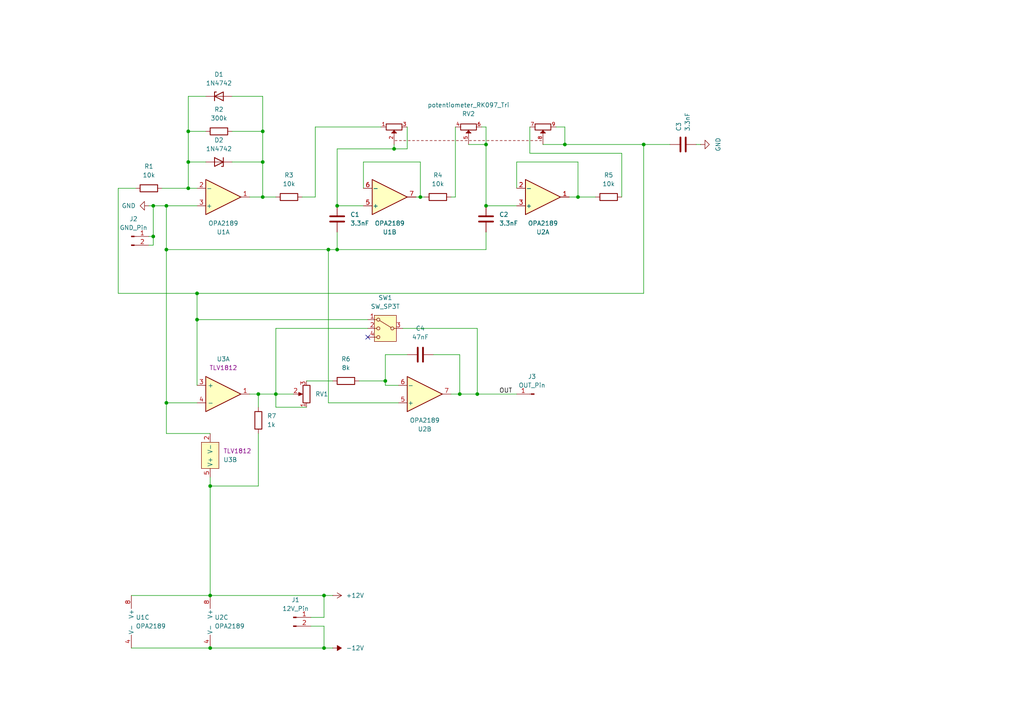
<source format=kicad_sch>
(kicad_sch (version 20241004) (generator "eeschema") (generator_version "8.99")
  (paper "A4")
  (title_block (title "Project nadeshiko: novice attempt at signal generator") (date "2024-11-16") (rev "2c") (comment 3 "RV1, RV2 == 10k"))
  (lib_symbols
    (symbol "Amplifier_Operational:OPA2196xD" (pin_names (offset 0.127))
      (property "Reference" "U" (at 2.54 6.35 0))
      (property "Value" "OPA2196xD" (at 2.54 3.81 0))
      (symbol "OPA2196xD_1_1"
        (polyline (pts (xy 5.08 0) (xy -5.08 5.08) (xy -5.08 -5.08) (xy 5.08 0)) (stroke (width 0.254)) (fill (type background)))
        (pin input line (at -7.62 2.54 0) (length 2.54) (name "+") (number "3"))
        (pin input line (at -7.62 -2.54 0) (length 2.54) (name "-") (number "2"))
        (pin output line (at 7.62 0 180) (length 2.54) (name "~") (number "1"))
      )
      (symbol "OPA2196xD_2_1"
        (polyline (pts (xy 5.08 0) (xy -5.08 5.08) (xy -5.08 -5.08) (xy 5.08 0)) (stroke (width 0.254)) (fill (type background)))
        (pin input line (at -7.62 2.54 0) (length 2.54) (name "+") (number "5"))
        (pin input line (at -7.62 -2.54 0) (length 2.54) (name "-") (number "6"))
        (pin output line (at 7.62 0 180) (length 2.54) (name "~") (number "7"))
      )
      (symbol "OPA2196xD_3_1"
        (pin power_in line (at 0 7.62 270) (length 3.81) (name "V+") (number "8"))
        (pin power_in line (at 0 -7.62 90) (length 3.81) (name "V-") (number "4"))
      )
    )
    (symbol "Connector:Conn_01x01_Pin" (pin_names (offset 1.016) (hide yes))
      (property "Reference" "J" (at 0 2.54 0))
      (property "Value" "Conn_01x01_Pin" (at 0 -2.54 0))
      (symbol "Conn_01x01_Pin_1_1"
        (rectangle (start 0.8636 0.127) (end 0 -0.127) (stroke (width 0.1524)) (fill (type outline)))
        (polyline (pts (xy 1.27 0) (xy 0.8636 0)) (stroke (width 0.1524)))
        (pin passive line (at 5.08 0 180) (length 3.81) (name "Pin_1") (number "1"))
      )
    )
    (symbol "Connector:Conn_01x02_Pin" (pin_names (offset 1.016) (hide yes))
      (property "Reference" "J" (at 0 2.54 0))
      (property "Value" "Conn_01x02_Pin" (at 0 -5.08 0))
      (symbol "Conn_01x02_Pin_1_1"
        (rectangle (start 0.8636 0.127) (end 0 -0.127) (stroke (width 0.1524)) (fill (type outline)))
        (rectangle (start 0.8636 -2.413) (end 0 -2.667) (stroke (width 0.1524)) (fill (type outline)))
        (polyline (pts (xy 1.27 0) (xy 0.8636 0)) (stroke (width 0.1524)))
        (polyline (pts (xy 1.27 -2.54) (xy 0.8636 -2.54)) (stroke (width 0.1524)))
        (pin passive line (at 5.08 0 180) (length 3.81) (name "Pin_1") (number "1"))
        (pin passive line (at 5.08 -2.54 180) (length 3.81) (name "Pin_2") (number "2"))
      )
    )
    (symbol "Device:C" (pin_numbers (hide yes)) (pin_names (offset 0.254))
      (property "Reference" "C" (at 0.635 2.54 0))
      (property "Value" "C" (at 0.635 -2.54 0))
      (symbol "C_0_1"
        (polyline (pts (xy -2.032 0.762) (xy 2.032 0.762)) (stroke (width 0.508)))
        (polyline (pts (xy -2.032 -0.762) (xy 2.032 -0.762)) (stroke (width 0.508)))
      )
      (symbol "C_1_1"
        (pin passive line (at 0 3.81 270) (length 2.794) (name "~") (number "1"))
        (pin passive line (at 0 -3.81 90) (length 2.794) (name "~") (number "2"))
      )
    )
    (symbol "Device:R" (pin_numbers (hide yes)) (pin_names (offset 0))
      (property "Reference" "R" (at 2.032 0 90))
      (property "Value" "R" (at 0 0 90))
      (symbol "R_0_1"
        (rectangle (start -1.016 -2.54) (end 1.016 2.54) (stroke (width 0.254)))
      )
      (symbol "R_1_1"
        (pin passive line (at 0 3.81 270) (length 1.27) (name "~") (number "1"))
        (pin passive line (at 0 -3.81 90) (length 1.27) (name "~") (number "2"))
      )
    )
    (symbol "Device:R_Potentiometer" (pin_names (offset 1.016) (hide yes))
      (property "Reference" "RV" (at -4.445 0 90))
      (property "Value" "R_Potentiometer" (at -2.54 0 90))
      (symbol "R_Potentiometer_0_1"
        (rectangle (start 1.016 2.54) (end -1.016 -2.54) (stroke (width 0.254)))
        (polyline (pts (xy 1.143 0) (xy 2.286 0.508) (xy 2.286 -0.508) (xy 1.143 0)) (fill (type outline)))
        (polyline (pts (xy 2.54 0) (xy 1.524 0)))
      )
      (symbol "R_Potentiometer_1_1"
        (pin passive line (at 0 3.81 270) (length 1.27) (name "1") (number "1"))
        (pin passive line (at 0 -3.81 90) (length 1.27) (name "3") (number "3"))
        (pin passive line (at 3.81 0 180) (length 1.27) (name "2") (number "2"))
      )
    )
    (symbol "Diode:1N47xxA" (pin_numbers (hide yes)) (pin_names (hide yes))
      (property "Reference" "D" (at 0 2.54 0))
      (property "Value" "1N47xxA" (at 0 -2.54 0))
      (symbol "1N47xxA_0_1"
        (polyline (pts (xy -1.27 -1.27) (xy -1.27 1.27) (xy -0.762 1.27)) (stroke (width 0.254)))
        (polyline (pts (xy 1.27 0) (xy -1.27 0)))
        (polyline (pts (xy 1.27 -1.27) (xy 1.27 1.27) (xy -1.27 0) (xy 1.27 -1.27)) (stroke (width 0.254)))
      )
      (symbol "1N47xxA_1_1"
        (pin passive line (at -3.81 0 0) (length 2.54) (name "K") (number "1"))
        (pin passive line (at 3.81 0 180) (length 2.54) (name "A") (number "2"))
      )
    )
    (symbol "PCM_4ms_IC:TLV171"
      (property "Reference" "U" (at 0 6.35 0))
      (property "Display" "TLV17x" (at 5.08 3.81 0))
      (symbol "TLV171_1_1"
        (polyline (pts (xy -5.08 5.08) (xy -5.08 -5.08) (xy 5.08 0) (xy -5.08 5.08)) (stroke (width 0.254)) (fill (type background)))
        (pin input line (at -7.62 2.54 0) (length 2.54) (name "+") (number "3"))
        (pin input line (at -7.62 -2.54 0) (length 2.54) (name "-") (number "4"))
        (pin output line (at 7.62 0 180) (length 2.54) (name "~") (number "1"))
      )
      (symbol "TLV171_2_1"
        (rectangle (start -5.08 3.81) (end 0 -3.81) (fill (type background)))
        (pin power_in line (at -2.54 6.35 270) (length 2.54) (name "V+") (number "5"))
        (pin power_in line (at -2.54 -6.35 90) (length 2.54) (name "V-") (number "2"))
      )
    )
    (symbol "PCM_SL_Devices:potentiometer_RK097_Tri"
      (property "Reference" "RV" (at 11.684 16.002 0))
      (property "Value" "potentiometer_RK097_Tri" (at 10.922 13.208 0))
      (symbol "potentiometer_RK097_Tri_0_1"
        (polyline (pts (xy -10.16 1.016) (xy -9.398 1.778) (xy -10.922 1.778) (xy -10.16 1.016) (xy -10.16 0.762)) (fill (type outline)))
        (polyline (pts (xy -9.906 3.937) (xy -9.271 3.937)))
        (polyline (pts (xy -8.636 3.937) (xy -8.001 3.937)))
        (rectangle (start -7.874 -0.889) (end -12.446 0.889) (stroke (width 0.24)))
        (polyline (pts (xy -7.366 3.937) (xy -6.731 3.937)))
        (polyline (pts (xy -6.096 3.937) (xy -5.461 3.937)))
        (polyline (pts (xy -4.826 3.937) (xy -4.191 3.937)))
        (polyline (pts (xy -3.556 3.937) (xy -2.921 3.937)))
        (polyline (pts (xy -2.286 3.937) (xy -1.651 3.937)))
        (polyline (pts (xy -1.016 3.937) (xy -0.381 3.937)))
        (polyline (pts (xy 0.254 3.937) (xy 0.889 3.937)))
        (polyline (pts (xy 1.524 3.937) (xy 2.159 3.937)))
        (polyline (pts (xy 2.794 3.937) (xy 3.429 3.937)))
        (polyline (pts (xy 4.064 3.937) (xy 4.699 3.937)))
        (polyline (pts (xy 5.334 3.937) (xy 5.969 3.937)))
        (polyline (pts (xy 6.604 3.937) (xy 7.239 3.937)))
        (polyline (pts (xy 7.874 3.937) (xy 8.509 3.937)))
        (polyline (pts (xy 9.144 3.937) (xy 9.779 3.937)))
        (rectangle (start 9.144 0.889) (end 13.716 -0.889) (stroke (width 0.24)))
        (polyline (pts (xy 10.414 3.937) (xy 11.049 3.937)))
        (polyline (pts (xy 11.43 1.016) (xy 12.192 1.778) (xy 10.668 1.778) (xy 11.43 1.016) (xy 11.43 0.762)) (fill (type outline)))
        (polyline (pts (xy 11.684 3.937) (xy 12.319 3.937)))
        (polyline (pts (xy 12.954 3.937) (xy 13.589 3.937)))
        (polyline (pts (xy 14.224 3.937) (xy 14.859 3.937)))
        (polyline (pts (xy 15.494 3.937) (xy 16.129 3.937)))
        (polyline (pts (xy 16.764 3.937) (xy 17.399 3.937)))
        (polyline (pts (xy 18.034 3.937) (xy 18.669 3.937)))
        (polyline (pts (xy 19.304 3.937) (xy 19.939 3.937)))
        (polyline (pts (xy 20.574 3.937) (xy 21.209 3.937)))
        (polyline (pts (xy 21.844 3.937) (xy 22.479 3.937)))
        (polyline (pts (xy 23.114 3.937) (xy 23.749 3.937)))
        (polyline (pts (xy 24.384 3.937) (xy 25.019 3.937)))
        (polyline (pts (xy 25.654 3.937) (xy 26.289 3.937)))
        (polyline (pts (xy 26.924 3.937) (xy 27.559 3.937)))
        (polyline (pts (xy 28.194 3.937) (xy 28.829 3.937)))
        (polyline (pts (xy 29.464 3.937) (xy 30.099 3.937)))
        (polyline (pts (xy 30.734 3.937) (xy 31.369 3.937)))
        (polyline (pts (xy 32.004 3.937) (xy 32.639 3.937)))
        (polyline (pts (xy 33.02 1.016) (xy 33.782 1.778) (xy 32.258 1.778) (xy 33.02 1.016) (xy 33.02 0.762)) (fill (type outline)))
        (rectangle (start 35.306 -0.889) (end 30.734 0.889) (stroke (width 0.24)))
      )
      (symbol "potentiometer_RK097_Tri_1_1"
        (pin passive line (at -13.97 0 0) (length 1.5) (name "~") (number "1"))
        (pin passive line (at -10.16 5.08 270) (length 4) (name "~") (number "2"))
        (pin passive line (at -6.35 0 180) (length 1.5) (name "~") (number "3"))
        (pin passive line (at 7.62 0 0) (length 1.5) (name "~") (number "4"))
        (pin passive line (at 11.43 5.08 270) (length 4) (name "~") (number "5"))
        (pin passive line (at 15.24 0 180) (length 1.5) (name "~") (number "6"))
        (pin passive line (at 29.21 0 0) (length 1.5) (name "~") (number "7"))
        (pin passive line (at 33.02 5.08 270) (length 4) (name "~") (number "8"))
        (pin passive line (at 36.83 0 180) (length 1.5) (name "~") (number "9"))
      )
    )
    (symbol "Switch:SW_SP3T" (pin_names (offset 0) (hide yes))
      (property "Reference" "SW" (at 0 5.08 0))
      (property "Value" "SW_SP3T" (at 0 -5.08 0))
      (symbol "SW_SP3T_0_1"
        (circle (center -2.032 0) (radius 0.4572))
        (polyline (pts (xy -1.651 0.254) (xy 1.651 2.286)))
        (circle (center 2.032 2.54) (radius 0.4572))
        (circle (center 2.032 0) (radius 0.4572))
        (circle (center 2.032 -2.54) (radius 0.4572))
      )
      (symbol "SW_SP3T_1_1"
        (rectangle (start -3.175 3.81) (end 3.175 -3.81) (fill (type background)))
        (pin passive line (at -5.08 0 0) (length 2.54) (name "3") (number "3"))
        (pin passive line (at 5.08 2.54 180) (length 2.54) (name "1") (number "1"))
        (pin passive line (at 5.08 0 180) (length 2.54) (name "2") (number "2"))
        (pin passive line (at 5.08 -2.54 180) (length 2.54) (name "4") (number "4"))
      )
    )
    (symbol "power:+12V" (power) (pin_numbers (hide yes)) (pin_names (offset 0) (hide yes))
      (property "Value" "+12V" (at 0 3.556 0))
      (symbol "+12V_0_1"
        (polyline (pts (xy -0.762 1.27) (xy 0 2.54)))
        (polyline (pts (xy 0 2.54) (xy 0.762 1.27)))
        (polyline (pts (xy 0 0) (xy 0 2.54)))
      )
      (symbol "+12V_1_1"
        (pin power_in line (at 0 0 90) (length 0) (name "~") (number "1"))
      )
    )
    (symbol "power:-12V" (power) (pin_numbers (hide yes)) (pin_names (offset 0) (hide yes))
      (property "Value" "-12V" (at 0 3.556 0))
      (symbol "-12V_0_0"
        (pin power_in line (at 0 0 90) (length 0) (name "~") (number "1"))
      )
      (symbol "-12V_0_1"
        (polyline (pts (xy 0 0) (xy 0 1.27) (xy 0.762 1.27) (xy 0 2.54) (xy -0.762 1.27) (xy 0 1.27)) (fill (type outline)))
      )
    )
    (symbol "power:GND" (power) (pin_numbers (hide yes)) (pin_names (offset 0) (hide yes))
      (property "Value" "GND" (at 0 -3.81 0))
      (symbol "GND_0_1"
        (polyline (pts (xy 0 0) (xy 0 -1.27) (xy 1.27 -1.27) (xy 0 -2.54) (xy -1.27 -1.27) (xy 0 -1.27)))
      )
      (symbol "GND_1_1"
        (pin power_in line (at 0 0 270) (length 0) (name "~") (number "1"))
      )
    )
  )
  (junction (at 93.98 172.72))
  (junction (at 54.61 38.1))
  (junction (at 111.76 110.49))
  (junction (at 44.45 68.58))
  (junction (at 80.01 114.3))
  (junction (at 114.3 43.18))
  (junction (at 167.64 57.15))
  (junction (at 44.45 59.69))
  (junction (at 76.2 38.1))
  (junction (at 54.61 46.99))
  (junction (at 76.2 57.15))
  (junction (at 74.93 114.3))
  (junction (at 57.15 92.71))
  (junction (at 138.43 114.3))
  (junction (at 93.98 187.96))
  (junction (at 186.69 41.91))
  (junction (at 76.2 46.99))
  (junction (at 48.26 59.69))
  (junction (at 163.83 41.91))
  (junction (at 48.26 116.84))
  (junction (at 97.79 59.69))
  (junction (at 140.97 41.91))
  (junction (at 95.25 72.39))
  (junction (at 57.15 85.09))
  (junction (at 48.26 72.39))
  (junction (at 121.92 57.15))
  (junction (at 54.61 54.61))
  (junction (at 60.96 140.97))
  (junction (at 97.79 72.39))
  (junction (at 60.96 172.72))
  (junction (at 60.96 187.96))
  (junction (at 140.97 59.69))
  (junction (at 133.35 114.3))
  (no_connect (at 106.68 97.79))
  (wire (pts (xy 167.64 46.99) (xy 167.64 57.15)))
  (wire (pts (xy 48.26 59.69) (xy 48.26 72.39)))
  (wire (pts (xy 57.15 92.71) (xy 106.68 92.71)))
  (wire (pts (xy 80.01 118.11) (xy 80.01 114.3)))
  (wire (pts (xy 132.08 36.83) (xy 132.08 57.15)))
  (wire (pts (xy 121.92 57.15) (xy 123.19 57.15)))
  (wire (pts (xy 60.96 187.96) (xy 93.98 187.96)))
  (wire (pts (xy 60.96 125.73) (xy 48.26 125.73)))
  (wire (pts (xy 118.11 36.83) (xy 118.11 43.18)))
  (wire (pts (xy 139.7 36.83) (xy 140.97 36.83)))
  (wire (pts (xy 157.48 41.91) (xy 163.83 41.91)))
  (wire (pts (xy 138.43 114.3) (xy 149.86 114.3)))
  (wire (pts (xy 120.65 57.15) (xy 121.92 57.15)))
  (wire (pts (xy 149.86 54.61) (xy 149.86 46.99)))
  (wire (pts (xy 74.93 114.3) (xy 80.01 114.3)))
  (wire (pts (xy 114.3 43.18) (xy 97.79 43.18)))
  (wire (pts (xy 97.79 67.31) (xy 97.79 72.39)))
  (wire (pts (xy 111.76 110.49) (xy 111.76 111.76)))
  (wire (pts (xy 76.2 38.1) (xy 76.2 46.99)))
  (wire (pts (xy 161.29 36.83) (xy 163.83 36.83)))
  (wire (pts (xy 105.41 54.61) (xy 105.41 46.99)))
  (wire (pts (xy 57.15 85.09) (xy 186.69 85.09)))
  (wire (pts (xy 91.44 57.15) (xy 91.44 36.83)))
  (wire (pts (xy 74.93 140.97) (xy 60.96 140.97)))
  (wire (pts (xy 118.11 43.18) (xy 114.3 43.18)))
  (wire (pts (xy 186.69 41.91) (xy 186.69 85.09)))
  (wire (pts (xy 80.01 95.25) (xy 106.68 95.25)))
  (wire (pts (xy 93.98 181.61) (xy 93.98 187.96)))
  (wire (pts (xy 76.2 27.94) (xy 76.2 38.1)))
  (wire (pts (xy 57.15 116.84) (xy 48.26 116.84)))
  (wire (pts (xy 149.86 46.99) (xy 167.64 46.99)))
  (wire (pts (xy 57.15 85.09) (xy 57.15 92.71)))
  (wire (pts (xy 116.84 95.25) (xy 138.43 95.25)))
  (wire (pts (xy 167.64 57.15) (xy 172.72 57.15)))
  (wire (pts (xy 140.97 59.69) (xy 149.86 59.69)))
  (wire (pts (xy 48.26 72.39) (xy 95.25 72.39)))
  (wire (pts (xy 80.01 114.3) (xy 85.09 114.3)))
  (wire (pts (xy 54.61 27.94) (xy 54.61 38.1)))
  (wire (pts (xy 88.9 118.11) (xy 80.01 118.11)))
  (wire (pts (xy 95.25 116.84) (xy 115.57 116.84)))
  (wire (pts (xy 48.26 72.39) (xy 48.26 116.84)))
  (wire (pts (xy 76.2 57.15) (xy 80.01 57.15)))
  (wire (pts (xy 44.45 59.69) (xy 48.26 59.69)))
  (wire (pts (xy 76.2 57.15) (xy 72.39 57.15)))
  (wire (pts (xy 153.67 44.45) (xy 153.67 36.83)))
  (wire (pts (xy 38.1 187.96) (xy 60.96 187.96)))
  (wire (pts (xy 163.83 41.91) (xy 186.69 41.91)))
  (wire (pts (xy 54.61 46.99) (xy 59.69 46.99)))
  (wire (pts (xy 186.69 41.91) (xy 194.31 41.91)))
  (wire (pts (xy 43.18 68.58) (xy 44.45 68.58)))
  (wire (pts (xy 118.11 102.87) (xy 111.76 102.87)))
  (wire (pts (xy 60.96 138.43) (xy 60.96 140.97)))
  (wire (pts (xy 167.64 57.15) (xy 165.1 57.15)))
  (wire (pts (xy 93.98 179.07) (xy 93.98 172.72)))
  (wire (pts (xy 130.81 114.3) (xy 133.35 114.3)))
  (wire (pts (xy 121.92 46.99) (xy 121.92 57.15)))
  (wire (pts (xy 54.61 38.1) (xy 54.61 46.99)))
  (wire (pts (xy 34.29 54.61) (xy 39.37 54.61)))
  (wire (pts (xy 111.76 102.87) (xy 111.76 110.49)))
  (wire (pts (xy 38.1 172.72) (xy 60.96 172.72)))
  (wire (pts (xy 59.69 27.94) (xy 54.61 27.94)))
  (wire (pts (xy 87.63 57.15) (xy 91.44 57.15)))
  (wire (pts (xy 60.96 140.97) (xy 60.96 172.72)))
  (wire (pts (xy 135.89 41.91) (xy 140.97 41.91)))
  (wire (pts (xy 95.25 116.84) (xy 95.25 72.39)))
  (wire (pts (xy 133.35 114.3) (xy 133.35 102.87)))
  (wire (pts (xy 138.43 95.25) (xy 138.43 114.3)))
  (wire (pts (xy 44.45 68.58) (xy 44.45 59.69)))
  (wire (pts (xy 130.81 57.15) (xy 132.08 57.15)))
  (wire (pts (xy 88.9 110.49) (xy 96.52 110.49)))
  (wire (pts (xy 93.98 187.96) (xy 96.52 187.96)))
  (wire (pts (xy 44.45 71.12) (xy 44.45 68.58)))
  (wire (pts (xy 97.79 59.69) (xy 105.41 59.69)))
  (wire (pts (xy 48.26 59.69) (xy 57.15 59.69)))
  (wire (pts (xy 34.29 85.09) (xy 34.29 54.61)))
  (wire (pts (xy 111.76 111.76) (xy 115.57 111.76)))
  (wire (pts (xy 80.01 95.25) (xy 80.01 114.3)))
  (wire (pts (xy 57.15 85.09) (xy 34.29 85.09)))
  (wire (pts (xy 74.93 125.73) (xy 74.93 140.97)))
  (wire (pts (xy 72.39 114.3) (xy 74.93 114.3)))
  (wire (pts (xy 90.17 181.61) (xy 93.98 181.61)))
  (wire (pts (xy 140.97 41.91) (xy 140.97 59.69)))
  (wire (pts (xy 105.41 46.99) (xy 121.92 46.99)))
  (wire (pts (xy 54.61 46.99) (xy 54.61 54.61)))
  (wire (pts (xy 43.18 59.69) (xy 44.45 59.69)))
  (wire (pts (xy 76.2 46.99) (xy 76.2 57.15)))
  (wire (pts (xy 93.98 172.72) (xy 96.52 172.72)))
  (wire (pts (xy 67.31 38.1) (xy 76.2 38.1)))
  (wire (pts (xy 67.31 27.94) (xy 76.2 27.94)))
  (wire (pts (xy 140.97 36.83) (xy 140.97 41.91)))
  (wire (pts (xy 140.97 67.31) (xy 140.97 72.39)))
  (wire (pts (xy 59.69 38.1) (xy 54.61 38.1)))
  (wire (pts (xy 97.79 72.39) (xy 140.97 72.39)))
  (wire (pts (xy 74.93 114.3) (xy 74.93 118.11)))
  (wire (pts (xy 114.3 41.91) (xy 114.3 43.18)))
  (wire (pts (xy 43.18 71.12) (xy 44.45 71.12)))
  (wire (pts (xy 46.99 54.61) (xy 54.61 54.61)))
  (wire (pts (xy 104.14 110.49) (xy 111.76 110.49)))
  (wire (pts (xy 133.35 114.3) (xy 138.43 114.3)))
  (wire (pts (xy 163.83 36.83) (xy 163.83 41.91)))
  (wire (pts (xy 90.17 179.07) (xy 93.98 179.07)))
  (wire (pts (xy 125.73 102.87) (xy 133.35 102.87)))
  (wire (pts (xy 180.34 44.45) (xy 153.67 44.45)))
  (wire (pts (xy 180.34 57.15) (xy 180.34 44.45)))
  (wire (pts (xy 67.31 46.99) (xy 76.2 46.99)))
  (wire (pts (xy 57.15 92.71) (xy 57.15 111.76)))
  (wire (pts (xy 201.93 41.91) (xy 203.2 41.91)))
  (wire (pts (xy 54.61 54.61) (xy 57.15 54.61)))
  (wire (pts (xy 91.44 36.83) (xy 110.49 36.83)))
  (wire (pts (xy 60.96 172.72) (xy 93.98 172.72)))
  (wire (pts (xy 97.79 43.18) (xy 97.79 59.69)))
  (wire (pts (xy 48.26 125.73) (xy 48.26 116.84)))
  (wire (pts (xy 95.25 72.39) (xy 97.79 72.39)))
  (label "OUT" (at 144.78 114.3 0))
  (symbol (lib_id "Amplifier_Operational:OPA2196xD") (at 38.1 180.34 0) (unit 3)
    (property "Reference" "U1" (at 39.37 179.0699 0) (effects (justify left)))
    (property "Value" "OPA2189" (at 39.37 181.6099 0) (effects (justify left)))
    (property "Footprint" "Package_SO:SOIC-8_3.9x4.9mm_P1.27mm" (effects (hide yes)))
    (property "Datasheet" "http://www.ti.com/lit/ds/symlink/opa4196.pdf" (effects (hide yes)))
    (property "Description" "Dual, Low-Power, Low Offset Voltage, Rail-to-Rail Operational Amplifier, SOIC-8" (effects (hide yes)))
  )
  (symbol (lib_id "Device:R") (at 83.82 57.15 90) (unit 1)
    (property "Reference" "R3" (at 83.82 50.8 90))
    (property "Value" "10k" (at 83.82 53.34 90))
    (property "Footprint" "Resistor_SMD:R_0805_2012Metric_Pad1.20x1.40mm_HandSolder" (effects (hide yes)))
    (property "Description" "Resistor" (effects (hide yes)))
  )
  (symbol (lib_id "Device:C") (at 140.97 63.5 0) (unit 1)
    (property "Reference" "C2" (at 144.78 62.2299 0) (effects (justify left)))
    (property "Value" "3.3nF" (at 144.78 64.7699 0) (effects (justify left)))
    (property "Footprint" "Capacitor_SMD:C_0805_2012Metric_Pad1.18x1.45mm_HandSolder" (effects (hide yes)))
    (property "Description" "Unpolarized capacitor" (effects (hide yes)))
  )
  (symbol (lib_id "Device:C") (at 121.92 102.87 90) (unit 1)
    (property "Reference" "C4" (at 121.92 95.25 90))
    (property "Value" "47nF" (at 121.92 97.79 90))
    (property "Footprint" "Capacitor_SMD:C_0805_2012Metric_Pad1.18x1.45mm_HandSolder" (effects (hide yes)))
    (property "Description" "Unpolarized capacitor" (effects (hide yes)))
  )
  (symbol (lib_id "power:-12V") (at 96.52 187.96 270) (unit 1)
    (property "Reference" "#PWR08" (effects (hide yes)))
    (property "Value" "-12V" (at 100.33 187.9599 90) (effects (justify left)))
    (property "Description" "Power symbol creates a global label with name \"-12V\"" (effects (hide yes)))
  )
  (symbol (lib_id "power:+12V") (at 96.52 172.72 270) (unit 1)
    (property "Reference" "#PWR07" (effects (hide yes)))
    (property "Value" "+12V" (at 100.33 172.7199 90) (effects (justify left)))
    (property "Description" "Power symbol creates a global label with name \"+12V\"" (effects (hide yes)))
  )
  (symbol (lib_id "PCM_4ms_IC:TLV171") (at 63.5 132.08 0) (mirror x) (unit 2)
    (property "Reference" "U3" (at 64.77 133.3501 0) (effects (justify left)))
    (property "Value" "TLV1812" (effects (hide yes)))
    (property "Footprint" "Package_TO_SOT_SMD:SOT-23-5_HandSoldering" (effects (hide yes)))
    (property "Datasheet" "https://www.ti.com/lit/ds/symlink/tlv171.pdf?HQS=dis-mous-null-mousermode-dsf-pf-null-wwe&ts=1637109957038&ref_url=https%253A%252F%252Fwww.mouser.com%252F" (effects (hide yes)))
    (property "Description" "TLV171, Vsupply +/-20Vmax," (effects (hide yes)))
    (property "Specifications" "Single opamp, Vsupply >=24V, pinout 3+ 4- 1out" (effects (hide yes)))
    (property "Manufacturer" "Texas Instruments" (effects (hide yes)))
    (property "Part Number" "TLV171IDVBR" (effects (hide yes)))
    (property "Display" "TLV1812" (at 64.77 130.8101 0) (effects (justify left)))
  )
  (symbol (lib_id "PCM_SL_Devices:potentiometer_RK097_Tri") (at 124.46 36.83 0) (mirror x) (unit 1)
    (property "Reference" "RV2" (at 135.89 33.02 0))
    (property "Value" "potentiometer_RK097_Tri" (at 135.89 30.48 0))
    (property "Footprint" "custom_library:potentiometer_RK097_Tri" (effects (hide yes)))
    (property "Description" "potentiometer RK097, Tri line" (effects (hide yes)))
  )
  (symbol (lib_id "Diode:1N47xxA") (at 63.5 27.94 0) (unit 1)
    (property "Reference" "D1" (at 63.5 21.59 0))
    (property "Value" "1N4742" (at 63.5 24.13 0))
    (property "Footprint" "Diode_THT:D_DO-41_SOD81_P10.16mm_Horizontal" (effects (hide yes)))
    (property "Datasheet" "https://www.vishay.com/docs/85816/1n4728a.pdf" (effects (hide yes)))
    (property "Description" "1300mW Silicon planar power Zener diodes, DO-41" (effects (hide yes)))
  )
  (symbol (lib_id "Connector:Conn_01x01_Pin") (at 154.94 114.3 180) (unit 1)
    (property "Reference" "J3" (at 154.305 109.22 0))
    (property "Value" "OUT_Pin" (at 154.305 111.76 0))
    (property "Footprint" "Connector_PinHeader_2.54mm:PinHeader_1x01_P2.54mm_Vertical" (effects (hide yes)))
    (property "Description" "Generic connector, single row, 01x01, script generated" (effects (hide yes)))
  )
  (symbol (lib_id "Diode:1N47xxA") (at 63.5 46.99 180) (unit 1)
    (property "Reference" "D2" (at 63.5 40.64 0))
    (property "Value" "1N4742" (at 63.5 43.18 0))
    (property "Footprint" "Diode_THT:D_DO-41_SOD81_P10.16mm_Horizontal" (effects (hide yes)))
    (property "Datasheet" "https://www.vishay.com/docs/85816/1n4728a.pdf" (effects (hide yes)))
    (property "Description" "1300mW Silicon planar power Zener diodes, DO-41" (effects (hide yes)))
  )
  (symbol (lib_id "Device:R") (at 100.33 110.49 90) (unit 1)
    (property "Reference" "R6" (at 100.33 104.14 90))
    (property "Value" "8k" (at 100.33 106.68 90))
    (property "Footprint" "Resistor_SMD:R_0805_2012Metric_Pad1.20x1.40mm_HandSolder" (effects (hide yes)))
    (property "Description" "Resistor" (effects (hide yes)))
  )
  (symbol (lib_id "Amplifier_Operational:OPA2196xD") (at 123.19 114.3 0) (mirror x) (unit 2)
    (property "Reference" "U2" (at 123.19 124.46 0))
    (property "Value" "OPA2189" (at 123.19 121.92 0))
    (property "Footprint" "Package_SO:SOIC-8_3.9x4.9mm_P1.27mm" (effects (hide yes)))
    (property "Datasheet" "http://www.ti.com/lit/ds/symlink/opa4196.pdf" (effects (hide yes)))
    (property "Description" "Dual, Low-Power, Low Offset Voltage, Rail-to-Rail Operational Amplifier, SOIC-8" (effects (hide yes)))
  )
  (symbol (lib_id "Device:R") (at 127 57.15 90) (unit 1)
    (property "Reference" "R4" (at 127 50.8 90))
    (property "Value" "10k" (at 127 53.34 90))
    (property "Footprint" "Resistor_SMD:R_0805_2012Metric_Pad1.20x1.40mm_HandSolder" (effects (hide yes)))
    (property "Description" "Resistor" (effects (hide yes)))
  )
  (symbol (lib_id "PCM_4ms_IC:TLV171") (at 64.77 114.3 0) (unit 1)
    (property "Reference" "U3" (at 64.77 104.14 0))
    (property "Value" "TLV1812" (effects (hide yes)))
    (property "Footprint" "Package_TO_SOT_SMD:SOT-23-5_HandSoldering" (effects (hide yes)))
    (property "Datasheet" "https://www.ti.com/lit/ds/symlink/tlv171.pdf?HQS=dis-mous-null-mousermode-dsf-pf-null-wwe&ts=1637109957038&ref_url=https%253A%252F%252Fwww.mouser.com%252F" (effects (hide yes)))
    (property "Description" "TLV171, Vsupply +/-20Vmax," (effects (hide yes)))
    (property "Specifications" "Single opamp, Vsupply >=24V, pinout 3+ 4- 1out" (effects (hide yes)))
    (property "Manufacturer" "Texas Instruments" (effects (hide yes)))
    (property "Part Number" "TLV171IDVBR" (effects (hide yes)))
    (property "Display" "TLV1812" (at 64.77 106.68 0))
  )
  (symbol (lib_id "Device:R") (at 63.5 38.1 90) (unit 1)
    (property "Reference" "R2" (at 63.5 31.75 90))
    (property "Value" "300k" (at 63.5 34.29 90))
    (property "Footprint" "Resistor_SMD:R_0805_2012Metric_Pad1.20x1.40mm_HandSolder" (effects (hide yes)))
    (property "Description" "Resistor" (effects (hide yes)))
  )
  (symbol (lib_id "Switch:SW_SP3T") (at 111.76 95.25 0) (mirror y) (unit 1)
    (property "Reference" "SW1" (at 111.76 86.36 0))
    (property "Value" "SW_SP3T" (at 111.76 88.9 0))
    (property "Footprint" "Button_Switch_SMD:SW_SP3T_PCM13" (effects (hide yes)))
    (property "Description" "Switch, three position, single pole triple throw, 3 position switch, SP3T" (effects (hide yes)))
  )
  (symbol (lib_id "Device:C") (at 97.79 63.5 0) (unit 1)
    (property "Reference" "C1" (at 101.6 62.2299 0) (effects (justify left)))
    (property "Value" "3.3nF" (at 101.6 64.7699 0) (effects (justify left)))
    (property "Footprint" "Capacitor_SMD:C_0805_2012Metric_Pad1.18x1.45mm_HandSolder" (effects (hide yes)))
    (property "Description" "Unpolarized capacitor" (effects (hide yes)))
  )
  (symbol (lib_id "Device:R") (at 43.18 54.61 90) (unit 1)
    (property "Reference" "R1" (at 43.18 48.26 90))
    (property "Value" "10k" (at 43.18 50.8 90))
    (property "Footprint" "Resistor_SMD:R_0805_2012Metric_Pad1.20x1.40mm_HandSolder" (effects (hide yes)))
    (property "Description" "Resistor" (effects (hide yes)))
  )
  (symbol (lib_id "Amplifier_Operational:OPA2196xD") (at 113.03 57.15 0) (mirror x) (unit 2)
    (property "Reference" "U1" (at 113.03 67.31 0))
    (property "Value" "OPA2189" (at 113.03 64.77 0))
    (property "Footprint" "Package_SO:SOIC-8_3.9x4.9mm_P1.27mm" (effects (hide yes)))
    (property "Datasheet" "http://www.ti.com/lit/ds/symlink/opa4196.pdf" (effects (hide yes)))
    (property "Description" "Dual, Low-Power, Low Offset Voltage, Rail-to-Rail Operational Amplifier, SOIC-8" (effects (hide yes)))
  )
  (symbol (lib_id "power:GND") (at 43.18 59.69 270) (unit 1)
    (property "Reference" "#PWR04" (effects (hide yes)))
    (property "Value" "GND" (at 39.37 59.6899 90) (effects (justify right)))
    (property "Description" "Power symbol creates a global label with name \"GND\" , ground" (effects (hide yes)))
  )
  (symbol (lib_id "Device:C") (at 198.12 41.91 90) (unit 1)
    (property "Reference" "C3" (at 196.8499 38.1 0) (effects (justify left)))
    (property "Value" "3.3nF" (at 199.3899 38.1 0) (effects (justify left)))
    (property "Footprint" "Capacitor_SMD:C_0805_2012Metric_Pad1.18x1.45mm_HandSolder" (effects (hide yes)))
    (property "Description" "Unpolarized capacitor" (effects (hide yes)))
  )
  (symbol (lib_id "power:GND") (at 203.2 41.91 90) (unit 1)
    (property "Reference" "#PWR03" (effects (hide yes)))
    (property "Value" "GND" (at 208.28 41.91 0))
    (property "Description" "Power symbol creates a global label with name \"GND\" , ground" (effects (hide yes)))
  )
  (symbol (lib_id "Device:R") (at 74.93 121.92 180) (unit 1)
    (property "Reference" "R7" (at 77.47 120.6499 0) (effects (justify right)))
    (property "Value" "1k" (at 77.47 123.1899 0) (effects (justify right)))
    (property "Footprint" "Resistor_SMD:R_0805_2012Metric_Pad1.20x1.40mm_HandSolder" (effects (hide yes)))
    (property "Description" "Resistor" (effects (hide yes)))
  )
  (symbol (lib_id "Device:R_Potentiometer") (at 88.9 114.3 180) (unit 1)
    (property "Reference" "RV1" (at 91.44 114.2999 0) (effects (justify right)))
    (property "Value" "R_Potentiometer" (effects (hide yes)))
    (property "Footprint" "Potentiometer_THT:Potentiometer_Bourns_3296W_Vertical" (effects (hide yes)))
    (property "Description" "Potentiometer" (effects (hide yes)))
  )
  (symbol (lib_id "Amplifier_Operational:OPA2196xD") (at 60.96 180.34 0) (unit 3)
    (property "Reference" "U2" (at 62.23 179.0699 0) (effects (justify left)))
    (property "Value" "OPA2189" (at 62.23 181.6099 0) (effects (justify left)))
    (property "Footprint" "Package_SO:SOIC-8_3.9x4.9mm_P1.27mm" (effects (hide yes)))
    (property "Datasheet" "http://www.ti.com/lit/ds/symlink/opa4196.pdf" (effects (hide yes)))
    (property "Description" "Dual, Low-Power, Low Offset Voltage, Rail-to-Rail Operational Amplifier, SOIC-8" (effects (hide yes)))
  )
  (symbol (lib_id "Amplifier_Operational:OPA2196xD") (at 157.48 57.15 0) (mirror x) (unit 1)
    (property "Reference" "U2" (at 157.48 67.31 0))
    (property "Value" "OPA2189" (at 157.48 64.77 0))
    (property "Footprint" "Package_SO:SOIC-8_3.9x4.9mm_P1.27mm" (effects (hide yes)))
    (property "Datasheet" "http://www.ti.com/lit/ds/symlink/opa4196.pdf" (effects (hide yes)))
    (property "Description" "Dual, Low-Power, Low Offset Voltage, Rail-to-Rail Operational Amplifier, SOIC-8" (effects (hide yes)))
  )
  (symbol (lib_id "Device:R") (at 176.53 57.15 90) (unit 1)
    (property "Reference" "R5" (at 176.53 50.8 90))
    (property "Value" "10k" (at 176.53 53.34 90))
    (property "Footprint" "Resistor_SMD:R_0805_2012Metric_Pad1.20x1.40mm_HandSolder" (effects (hide yes)))
    (property "Description" "Resistor" (effects (hide yes)))
  )
  (symbol (lib_id "Amplifier_Operational:OPA2196xD") (at 64.77 57.15 0) (mirror x) (unit 1)
    (property "Reference" "U1" (at 64.77 67.31 0))
    (property "Value" "OPA2189" (at 64.77 64.77 0))
    (property "Footprint" "Package_SO:SOIC-8_3.9x4.9mm_P1.27mm" (effects (hide yes)))
    (property "Datasheet" "http://www.ti.com/lit/ds/symlink/opa4196.pdf" (effects (hide yes)))
    (property "Description" "Dual, Low-Power, Low Offset Voltage, Rail-to-Rail Operational Amplifier, SOIC-8" (effects (hide yes)))
  )
  (symbol (lib_id "Connector:Conn_01x02_Pin") (at 38.1 68.58 0) (unit 1)
    (property "Reference" "J2" (at 38.735 63.5 0))
    (property "Value" "GND_Pin" (at 38.735 66.04 0))
    (property "Footprint" "Connector_PinHeader_2.54mm:PinHeader_1x02_P2.54mm_Vertical" (effects (hide yes)))
    (property "Description" "Generic connector, single row, 01x02, script generated" (effects (hide yes)))
  )
  (symbol (lib_id "Connector:Conn_01x02_Pin") (at 85.09 179.07 0) (unit 1)
    (property "Reference" "J1" (at 85.725 173.99 0))
    (property "Value" "12V_Pin" (at 85.725 176.53 0))
    (property "Footprint" "Connector_PinHeader_2.54mm:PinHeader_1x02_P2.54mm_Vertical" (effects (hide yes)))
    (property "Description" "Generic connector, single row, 01x02, script generated" (effects (hide yes)))
  )
)
</source>
